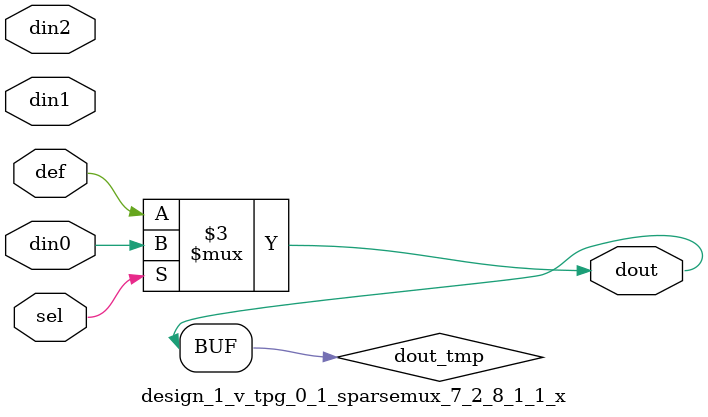
<source format=v>
`timescale 1ns / 1ps

module design_1_v_tpg_0_1_sparsemux_7_2_8_1_1_x (din0,din1,din2,def,sel,dout);

parameter din0_WIDTH = 1;

parameter din1_WIDTH = 1;

parameter din2_WIDTH = 1;

parameter def_WIDTH = 1;
parameter sel_WIDTH = 1;
parameter dout_WIDTH = 1;

parameter [sel_WIDTH-1:0] CASE0 = 1;

parameter [sel_WIDTH-1:0] CASE1 = 1;

parameter [sel_WIDTH-1:0] CASE2 = 1;

parameter ID = 1;
parameter NUM_STAGE = 1;



input [din0_WIDTH-1:0] din0;

input [din1_WIDTH-1:0] din1;

input [din2_WIDTH-1:0] din2;

input [def_WIDTH-1:0] def;
input [sel_WIDTH-1:0] sel;

output [dout_WIDTH-1:0] dout;



reg [dout_WIDTH-1:0] dout_tmp;


always @ (*) begin
(* parallel_case *) case (sel)
    
    CASE0 : dout_tmp = din0;
    
    CASE1 : dout_tmp = din1;
    
    CASE2 : dout_tmp = din2;
    
    default : dout_tmp = def;
endcase
end


assign dout = dout_tmp;



endmodule

</source>
